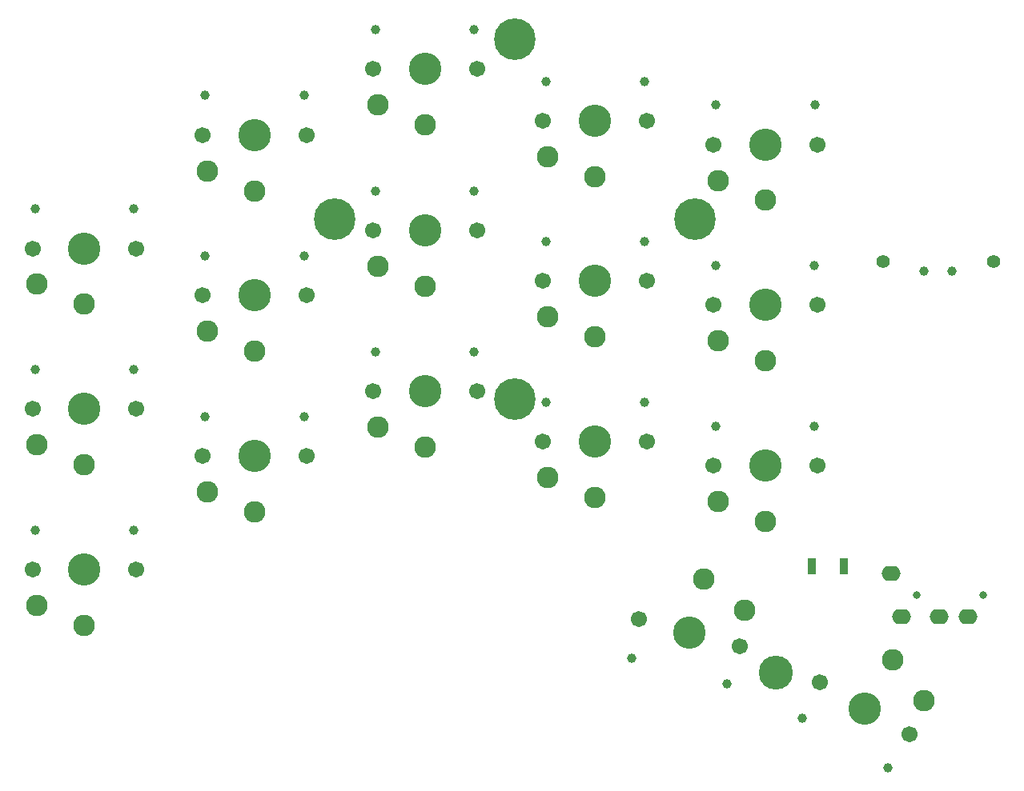
<source format=gbr>
%TF.GenerationSoftware,KiCad,Pcbnew,(6.0.8-1)-1*%
%TF.CreationDate,2023-02-27T11:26:25+02:00*%
%TF.ProjectId,sweepv2,73776565-7076-4322-9e6b-696361645f70,rev?*%
%TF.SameCoordinates,Original*%
%TF.FileFunction,Soldermask,Top*%
%TF.FilePolarity,Negative*%
%FSLAX46Y46*%
G04 Gerber Fmt 4.6, Leading zero omitted, Abs format (unit mm)*
G04 Created by KiCad (PCBNEW (6.0.8-1)-1) date 2023-02-27 11:26:25*
%MOMM*%
%LPD*%
G01*
G04 APERTURE LIST*
%ADD10C,3.600000*%
%ADD11C,0.800000*%
%ADD12O,2.000000X1.600000*%
%ADD13C,0.990600*%
%ADD14C,1.701800*%
%ADD15C,3.429000*%
%ADD16C,2.282000*%
%ADD17R,0.900000X1.700000*%
%ADD18C,4.400000*%
%ADD19C,1.397000*%
%ADD20C,1.000000*%
G04 APERTURE END LIST*
D10*
%TO.C,*%
X212979000Y-94325000D03*
%TD*%
D11*
%TO.C,J2*%
X234874000Y-86052000D03*
X227874000Y-86052000D03*
D12*
X230274000Y-88352000D03*
X233274000Y-88352000D03*
X225174000Y-83752000D03*
X226274000Y-88352000D03*
%TD*%
D13*
%TO.C,SW16*%
X170636000Y-60316000D03*
D14*
X181356000Y-64516000D03*
X170356000Y-64516000D03*
D13*
X181076000Y-60316000D03*
D15*
X175856000Y-64516000D03*
D16*
X175856000Y-70416000D03*
X170856000Y-68316000D03*
%TD*%
D14*
%TO.C,SW20*%
X227149140Y-100832000D03*
X217622860Y-95332000D03*
D15*
X222386000Y-98082000D03*
D13*
X215765347Y-99109307D03*
X224806653Y-104329307D03*
D16*
X225336000Y-92972450D03*
X228616127Y-97291103D03*
%TD*%
D13*
%TO.C,SW15*%
X152636000Y-67174000D03*
X163076000Y-67174000D03*
D15*
X157856000Y-71374000D03*
D14*
X152356000Y-71374000D03*
X163356000Y-71374000D03*
D16*
X157856000Y-77274000D03*
X152856000Y-75174000D03*
%TD*%
D13*
%TO.C,SW21*%
X197696827Y-92787853D03*
D14*
X209138592Y-91505505D03*
X198513408Y-88658495D03*
D15*
X203826000Y-90082000D03*
D13*
X207781093Y-95489924D03*
D16*
X205353032Y-84383038D03*
X209639142Y-87705577D03*
%TD*%
D15*
%TO.C,SW17*%
X193856000Y-69850000D03*
D14*
X188356000Y-69850000D03*
D13*
X199076000Y-65650000D03*
X188636000Y-65650000D03*
D14*
X199356000Y-69850000D03*
D16*
X193856000Y-75750000D03*
X188856000Y-73650000D03*
%TD*%
D13*
%TO.C,SW18*%
X206616000Y-68190000D03*
D14*
X206336000Y-72390000D03*
X217336000Y-72390000D03*
D15*
X211836000Y-72390000D03*
D13*
X217056000Y-68190000D03*
D16*
X211836000Y-78290000D03*
X206836000Y-76190000D03*
%TD*%
D13*
%TO.C,SW4*%
X170636000Y-26182000D03*
D14*
X181356000Y-30382000D03*
D15*
X175856000Y-30382000D03*
D13*
X181076000Y-26182000D03*
D14*
X170356000Y-30382000D03*
D16*
X175856000Y-36282000D03*
X170856000Y-34182000D03*
%TD*%
D14*
%TO.C,SW3*%
X163356000Y-37382000D03*
D15*
X157856000Y-37382000D03*
D13*
X163076000Y-33182000D03*
X152636000Y-33182000D03*
D14*
X152356000Y-37382000D03*
D16*
X157856000Y-43282000D03*
X152856000Y-41182000D03*
%TD*%
D14*
%TO.C,SW9*%
X163356000Y-54356000D03*
D15*
X157856000Y-54356000D03*
D13*
X163076000Y-50156000D03*
X152636000Y-50156000D03*
D14*
X152356000Y-54356000D03*
D16*
X157856000Y-60256000D03*
X152856000Y-58156000D03*
%TD*%
D15*
%TO.C,SW14*%
X139856000Y-83382000D03*
D14*
X134356000Y-83382000D03*
D13*
X145076000Y-79182000D03*
D14*
X145356000Y-83382000D03*
D13*
X134636000Y-79182000D03*
D16*
X139856000Y-89282000D03*
X134856000Y-87182000D03*
%TD*%
D15*
%TO.C,SW12*%
X211836000Y-55372000D03*
D14*
X206336000Y-55372000D03*
D13*
X206616000Y-51172000D03*
X217056000Y-51172000D03*
D14*
X217336000Y-55372000D03*
D16*
X211836000Y-61272000D03*
X206836000Y-59172000D03*
%TD*%
D15*
%TO.C,SW11*%
X193856000Y-52832000D03*
D13*
X188636000Y-48632000D03*
X199076000Y-48632000D03*
D14*
X199356000Y-52832000D03*
X188356000Y-52832000D03*
D16*
X193856000Y-58732000D03*
X188856000Y-56632000D03*
%TD*%
D15*
%TO.C,SW8*%
X139856000Y-66382000D03*
D14*
X145356000Y-66382000D03*
D13*
X134636000Y-62182000D03*
D14*
X134356000Y-66382000D03*
D13*
X145076000Y-62182000D03*
D16*
X139856000Y-72282000D03*
X134856000Y-70182000D03*
%TD*%
D15*
%TO.C,SW6*%
X211856000Y-38382000D03*
D14*
X206356000Y-38382000D03*
D13*
X217076000Y-34182000D03*
X206636000Y-34182000D03*
D14*
X217356000Y-38382000D03*
D16*
X211856000Y-44282000D03*
X206856000Y-42182000D03*
%TD*%
D14*
%TO.C,SW5*%
X188356000Y-35882000D03*
D13*
X188636000Y-31682000D03*
D14*
X199356000Y-35882000D03*
D15*
X193856000Y-35882000D03*
D13*
X199076000Y-31682000D03*
D16*
X193856000Y-41782000D03*
X188856000Y-39682000D03*
%TD*%
D15*
%TO.C,SW2*%
X139856000Y-49382000D03*
D14*
X145356000Y-49382000D03*
X134356000Y-49382000D03*
D13*
X145076000Y-45182000D03*
X134636000Y-45182000D03*
D16*
X139856000Y-55282000D03*
X134856000Y-53182000D03*
%TD*%
D17*
%TO.C,RSW1*%
X216740000Y-83058000D03*
X220140000Y-83058000D03*
%TD*%
D14*
%TO.C,SW10*%
X170356000Y-47498000D03*
X181356000Y-47498000D03*
D13*
X181076000Y-43298000D03*
X170636000Y-43298000D03*
D15*
X175856000Y-47498000D03*
D16*
X175856000Y-53398000D03*
X170856000Y-51298000D03*
%TD*%
D18*
%TO.C,REF\u002A\u002A*%
X204406000Y-46282000D03*
X166306000Y-46282000D03*
X185356000Y-27232000D03*
X185356000Y-65332000D03*
%TD*%
D19*
%TO.C,B+*%
X235966000Y-50800000D03*
%TD*%
%TO.C,B-*%
X224282000Y-50800000D03*
%TD*%
D20*
%TO.C,POWER SW*%
X231624000Y-51816000D03*
X228624000Y-51816000D03*
%TD*%
M02*

</source>
